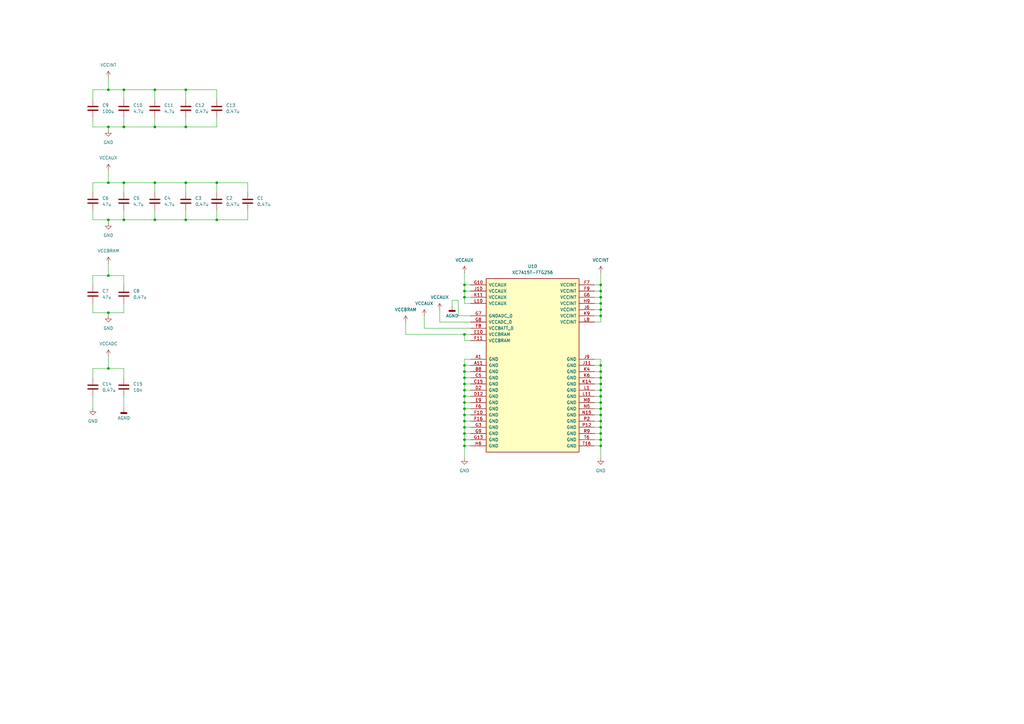
<source format=kicad_sch>
(kicad_sch (version 20231120) (generator "eeschema") (generator_version "8.0")
  (paper "A3")
  (lib_symbols
    (symbol "Device:C" (pin_numbers hide) (pin_names (offset 0.254))
      (property "Reference" "C" (at 0.635 2.54 0))
      (property "Value" "C" (at 0.635 -2.54 0))
      (symbol "C_0_1"
        (polyline (pts (xy -2.032 -0.762) (xy 2.032 -0.762)) (stroke (width 0.508)))
        (polyline (pts (xy -2.032 0.762) (xy 2.032 0.762)) (stroke (width 0.508)))
      )
      (symbol "C_1_1"
        (pin passive line (at 0 3.81 270) (length 2.794) (name "~") (number "1"))
        (pin passive line (at 0 -3.81 90) (length 2.794) (name "~") (number "2"))
      )
    )
    (symbol "FPGA_Xilinx_Artix7:XC7A15T-FTG256" (pin_names (offset 1.016))
      (property "Reference" "U" (at 0 1.27 0))
      (property "Value" "XC7A15T-FTG256" (at 0 -1.27 0))
      (symbol "XC7A15T-FTG256_1_1"
        (rectangle (start -44.45 67.31) (end 44.45 -73.66) (stroke (width 0.254)) (fill (type background)))
        (pin bidirectional line (at 50.8 38.1 180) (length 6.35) (name "IO_L3N_T0_DQS_AD1N_15") (number "A10"))
        (pin bidirectional line (at 50.8 27.94 180) (length 6.35) (name "IO_L5N_T0_AD9N_15") (number "A12"))
        (pin bidirectional line (at 50.8 20.32 180) (length 6.35) (name "IO_L7P_T1_AD2P_15") (number "A13"))
        (pin bidirectional line (at 50.8 17.78 180) (length 6.35) (name "IO_L7N_T1_AD2N_15") (number "A14"))
        (pin bidirectional line (at 50.8 7.62 180) (length 6.35) (name "IO_L9N_T1_DQS_AD3N_15") (number "A15"))
        (pin power_in line (at 27.94 73.66 270) (length 6.35) (name "VCCO_15") (number "A16"))
        (pin bidirectional line (at 50.8 45.72 180) (length 6.35) (name "IO_L2P_T0_AD8P_15") (number "A8"))
        (pin bidirectional line (at 50.8 43.18 180) (length 6.35) (name "IO_L2N_T0_AD8N_15") (number "A9"))
        (pin bidirectional line (at 50.8 35.56 180) (length 6.35) (name "IO_L4P_T0_15") (number "B10"))
        (pin bidirectional line (at 50.8 33.02 180) (length 6.35) (name "IO_L4N_T0_15") (number "B11"))
        (pin bidirectional line (at 50.8 30.48 180) (length 6.35) (name "IO_L5P_T0_AD9P_15") (number "B12"))
        (pin power_in line (at 30.48 73.66 270) (length 6.35) (name "VCCO_15") (number "B13"))
        (pin bidirectional line (at 50.8 12.7 180) (length 6.35) (name "IO_L8N_T1_AD10N_15") (number "B14"))
        (pin bidirectional line (at 50.8 10.16 180) (length 6.35) (name "IO_L9P_T1_DQS_AD3P_15") (number "B15"))
        (pin bidirectional line (at 50.8 2.54 180) (length 6.35) (name "IO_L10N_T1_AD11N_15") (number "B16"))
        (pin bidirectional line (at 50.8 40.64 180) (length 6.35) (name "IO_L3P_T0_DQS_AD1P_15") (number "B9"))
        (pin power_in line (at 33.02 73.66 270) (length 6.35) (name "VCCO_15") (number "C10"))
        (pin bidirectional line (at 50.8 0 180) (length 6.35) (name "IO_L11P_T1_SRCC_15") (number "C11"))
        (pin bidirectional line (at 50.8 -2.54 180) (length 6.35) (name "IO_L11N_T1_SRCC_15") (number "C12"))
        (pin bidirectional line (at 50.8 -7.62 180) (length 6.35) (name "IO_L12N_T1_MRCC_15") (number "C13"))
        (pin bidirectional line (at 50.8 15.24 180) (length 6.35) (name "IO_L8P_T1_AD10P_15") (number "C14"))
        (pin bidirectional line (at 50.8 5.08 180) (length 6.35) (name "IO_L10P_T1_AD11P_15") (number "C16"))
        (pin bidirectional line (at 50.8 50.8 180) (length 6.35) (name "IO_L1P_T0_AD0P_15") (number "C8"))
        (pin bidirectional line (at 50.8 48.26 180) (length 6.35) (name "IO_L1N_T0_AD0N_15") (number "C9"))
        (pin bidirectional line (at 50.8 53.34 180) (length 6.35) (name "IO_0_15") (number "D10"))
        (pin bidirectional line (at 50.8 -17.78 180) (length 6.35) (name "IO_L14N_T2_SRCC_15") (number "D11"))
        (pin bidirectional line (at 50.8 -5.08 180) (length 6.35) (name "IO_L12P_T1_MRCC_15") (number "D13"))
        (pin bidirectional line (at 50.8 -20.32 180) (length 6.35) (name "IO_L15P_T2_DQS_15") (number "D14"))
        (pin bidirectional line (at 50.8 -22.86 180) (length 6.35) (name "IO_L15N_T2_DQS_ADV_B_15") (number "D15"))
        (pin bidirectional line (at 50.8 -33.02 180) (length 6.35) (name "IO_L17N_T2_A25_15") (number "D16"))
        (pin bidirectional line (at 50.8 25.4 180) (length 6.35) (name "IO_L6P_T0_15") (number "D8"))
        (pin bidirectional line (at 50.8 22.86 180) (length 6.35) (name "IO_L6N_T0_VREF_15") (number "D9"))
        (pin bidirectional line (at 50.8 -15.24 180) (length 6.35) (name "IO_L14P_T2_SRCC_15") (number "E11"))
        (pin bidirectional line (at 50.8 -10.16 180) (length 6.35) (name "IO_L13P_T2_MRCC_15") (number "E12"))
        (pin bidirectional line (at 50.8 -12.7 180) (length 6.35) (name "IO_L13N_T2_MRCC_15") (number "E13"))
        (pin power_in line (at 35.56 73.66 270) (length 6.35) (name "VCCO_15") (number "E14"))
        (pin bidirectional line (at 50.8 -38.1 180) (length 6.35) (name "IO_L18N_T2_A23_15") (number "E15"))
        (pin bidirectional line (at 50.8 -30.48 180) (length 6.35) (name "IO_L17P_T2_A26_15") (number "E16"))
        (pin bidirectional line (at 50.8 -25.4 180) (length 6.35) (name "IO_L16P_T2_A28_15") (number "F12"))
        (pin bidirectional line (at 50.8 -27.94 180) (length 6.35) (name "IO_L16N_T2_A27_15") (number "F13"))
        (pin bidirectional line (at 50.8 -53.34 180) (length 6.35) (name "IO_L21N_T3_DQS_A18_15") (number "F14"))
        (pin bidirectional line (at 50.8 -35.56 180) (length 6.35) (name "IO_L18P_T2_A24_15") (number "F15"))
        (pin bidirectional line (at 50.8 -71.12 180) (length 6.35) (name "IO_25_15") (number "G11"))
        (pin bidirectional line (at 50.8 -43.18 180) (length 6.35) (name "IO_L19N_T3_A21_VREF_15") (number "G12"))
        (pin bidirectional line (at 50.8 -50.8 180) (length 6.35) (name "IO_L21P_T3_DQS_15") (number "G14"))
        (pin bidirectional line (at 50.8 -68.58 180) (length 6.35) (name "IO_L24N_T3_RS0_15") (number "G15"))
        (pin bidirectional line (at 50.8 -58.42 180) (length 6.35) (name "IO_L22N_T3_A16_15") (number "G16"))
        (pin bidirectional line (at 50.8 -40.64 180) (length 6.35) (name "IO_L19P_T3_A22_15") (number "H11"))
        (pin bidirectional line (at 50.8 -45.72 180) (length 6.35) (name "IO_L20P_T3_A20_15") (number "H12"))
        (pin bidirectional line (at 50.8 -48.26 180) (length 6.35) (name "IO_L20N_T3_A19_15") (number "H13"))
        (pin bidirectional line (at 50.8 -66.04 180) (length 6.35) (name "IO_L24P_T3_RS1_15") (number "H14"))
        (pin power_in line (at 38.1 73.66 270) (length 6.35) (name "VCCO_15") (number "H15"))
        (pin bidirectional line (at 50.8 -55.88 180) (length 6.35) (name "IO_L22P_T3_A17_15") (number "H16"))
        (pin power_in line (at 40.64 73.66 270) (length 6.35) (name "VCCO_15") (number "J12"))
        (pin bidirectional line (at -50.8 50.8 0) (length 6.35) (name "IO_L1P_T0_D00_MOSI_14") (number "J13"))
        (pin bidirectional line (at -50.8 48.26 0) (length 6.35) (name "IO_L1N_T0_D01_DIN_14") (number "J14"))
        (pin bidirectional line (at 50.8 -60.96 180) (length 6.35) (name "IO_L23P_T3_FOE_B_15") (number "J15"))
        (pin bidirectional line (at 50.8 -63.5 180) (length 6.35) (name "IO_L23N_T3_FWE_B_15") (number "J16"))
        (pin bidirectional line (at -50.8 53.34 0) (length 6.35) (name "IO_0_14") (number "K12"))
        (pin bidirectional line (at -50.8 30.48 0) (length 6.35) (name "IO_L5P_T0_D06_14") (number "K13"))
        (pin bidirectional line (at -50.8 45.72 0) (length 6.35) (name "IO_L2P_T0_D02_14") (number "K15"))
        (pin bidirectional line (at -50.8 43.18 0) (length 6.35) (name "IO_L2N_T0_D03_14") (number "K16"))
        (pin bidirectional line (at -50.8 25.4 0) (length 6.35) (name "IO_L6P_T0_FCS_B_14") (number "L12"))
        (pin bidirectional line (at -50.8 27.94 0) (length 6.35) (name "IO_L5N_T0_D07_14") (number "L13"))
        (pin bidirectional line (at -50.8 35.56 0) (length 6.35) (name "IO_L4P_T0_D04_14") (number "L14"))
        (pin bidirectional line (at -50.8 40.64 0) (length 6.35) (name "IO_L3P_T0_DQS_PUDC_B_14") (number "L15"))
        (pin power_in line (at -40.64 73.66 270) (length 6.35) (name "VCCO_14") (number "L16"))
        (pin bidirectional line (at -50.8 22.86 0) (length 6.35) (name "IO_L6N_T0_D08_VREF_14") (number "M12"))
        (pin power_in line (at -38.1 73.66 270) (length 6.35) (name "VCCO_14") (number "M13"))
        (pin bidirectional line (at -50.8 33.02 0) (length 6.35) (name "IO_L4N_T0_D05_14") (number "M14"))
        (pin bidirectional line (at -50.8 38.1 0) (length 6.35) (name "IO_L3N_T0_DQS_EMCCLK_14") (number "M15"))
        (pin bidirectional line (at -50.8 20.32 0) (length 6.35) (name "IO_L7P_T1_D09_14") (number "M16"))
        (pin bidirectional line (at -50.8 -40.64 0) (length 6.35) (name "IO_L19P_T3_A10_D26_14") (number "M6"))
        (pin power_in line (at -35.56 73.66 270) (length 6.35) (name "VCCO_14") (number "N10"))
        (pin bidirectional line (at -50.8 -10.16 0) (length 6.35) (name "IO_L13P_T2_MRCC_14") (number "N11"))
        (pin bidirectional line (at -50.8 -12.7 0) (length 6.35) (name "IO_L13N_T2_MRCC_14") (number "N12"))
        (pin bidirectional line (at -50.8 0 0) (length 6.35) (name "IO_L11P_T1_SRCC_14") (number "N13"))
        (pin bidirectional line (at -50.8 -5.08 0) (length 6.35) (name "IO_L12P_T1_MRCC_14") (number "N14"))
        (pin bidirectional line (at -50.8 17.78 0) (length 6.35) (name "IO_L7N_T1_D10_14") (number "N16"))
        (pin bidirectional line (at -50.8 -43.18 0) (length 6.35) (name "IO_L19N_T3_A09_D25_VREF_14") (number "N6"))
        (pin bidirectional line (at -50.8 -35.56 0) (length 6.35) (name "IO_L18P_T2_A12_D28_14") (number "N9"))
        (pin bidirectional line (at -50.8 -15.24 0) (length 6.35) (name "IO_L14P_T2_SRCC_14") (number "P10"))
        (pin bidirectional line (at -50.8 -17.78 0) (length 6.35) (name "IO_L14N_T2_SRCC_14") (number "P11"))
        (pin bidirectional line (at -50.8 -2.54 0) (length 6.35) (name "IO_L11N_T1_SRCC_14") (number "P13"))
        (pin bidirectional line (at -50.8 -7.62 0) (length 6.35) (name "IO_L12N_T1_MRCC_14") (number "P14"))
        (pin bidirectional line (at -50.8 15.24 0) (length 6.35) (name "IO_L8P_T1_D11_14") (number "P15"))
        (pin bidirectional line (at -50.8 12.7 0) (length 6.35) (name "IO_L8N_T1_D12_14") (number "P16"))
        (pin bidirectional line (at -50.8 -71.12 0) (length 6.35) (name "IO_25_14") (number "P6"))
        (pin power_in line (at -33.02 73.66 270) (length 6.35) (name "VCCO_14") (number "P7"))
        (pin bidirectional line (at -50.8 -45.72 0) (length 6.35) (name "IO_L20P_T3_A08_D24_14") (number "P8"))
        (pin bidirectional line (at -50.8 -38.1 0) (length 6.35) (name "IO_L18N_T2_A11_D27_14") (number "P9"))
        (pin bidirectional line (at -50.8 -30.48 0) (length 6.35) (name "IO_L17P_T2_A14_D30_14") (number "R10"))
        (pin bidirectional line (at -50.8 -33.02 0) (length 6.35) (name "IO_L17N_T2_A13_D29_14") (number "R11"))
        (pin bidirectional line (at -50.8 -20.32 0) (length 6.35) (name "IO_L15P_T2_DQS_RDWR_B_14") (number "R12"))
        (pin bidirectional line (at -50.8 -25.4 0) (length 6.35) (name "IO_L16P_T2_CSI_B_14") (number "R13"))
        (pin power_in line (at -30.48 73.66 270) (length 6.35) (name "VCCO_14") (number "R14"))
        (pin bidirectional line (at -50.8 10.16 0) (length 6.35) (name "IO_L9P_T1_DQS_14") (number "R15"))
        (pin bidirectional line (at -50.8 7.62 0) (length 6.35) (name "IO_L9N_T1_DQS_D13_14") (number "R16"))
        (pin bidirectional line (at -50.8 -60.96 0) (length 6.35) (name "IO_L23P_T3_A03_D19_14") (number "R5"))
        (pin bidirectional line (at -50.8 -66.04 0) (length 6.35) (name "IO_L24P_T3_A01_D17_14") (number "R6"))
        (pin bidirectional line (at -50.8 -68.58 0) (length 6.35) (name "IO_L24N_T3_A00_D16_14") (number "R7"))
        (pin bidirectional line (at -50.8 -48.26 0) (length 6.35) (name "IO_L20N_T3_A07_D23_14") (number "R8"))
        (pin bidirectional line (at -50.8 -58.42 0) (length 6.35) (name "IO_L22N_T3_A04_D20_14") (number "T10"))
        (pin power_in line (at -27.94 73.66 270) (length 6.35) (name "VCCO_14") (number "T11"))
        (pin bidirectional line (at -50.8 -22.86 0) (length 6.35) (name "IO_L15N_T2_DQS_DOUT_CSO_B_14") (number "T12"))
        (pin bidirectional line (at -50.8 -27.94 0) (length 6.35) (name "IO_L16N_T2_A15_D31_14") (number "T13"))
        (pin bidirectional line (at -50.8 5.08 0) (length 6.35) (name "IO_L10P_T1_D14_14") (number "T14"))
        (pin bidirectional line (at -50.8 2.54 0) (length 6.35) (name "IO_L10N_T1_D15_14") (number "T15"))
        (pin bidirectional line (at -50.8 -63.5 0) (length 6.35) (name "IO_L23N_T3_A02_D18_14") (number "T5"))
        (pin bidirectional line (at -50.8 -50.8 0) (length 6.35) (name "IO_L21P_T3_DQS_14") (number "T7"))
        (pin bidirectional line (at -50.8 -53.34 0) (length 6.35) (name "IO_L21N_T3_DQS_A06_D22_14") (number "T8"))
        (pin bidirectional line (at -50.8 -55.88 0) (length 6.35) (name "IO_L22P_T3_A05_D21_14") (number "T9"))
      )
      (symbol "XC7A15T-FTG256_2_1"
        (rectangle (start -44.45 67.31) (end 44.45 -73.66) (stroke (width 0.254)) (fill (type background)))
        (pin bidirectional line (at 50.8 12.7 180) (length 6.35) (name "IO_L8N_T1_AD14N_35") (number "A2"))
        (pin bidirectional line (at 50.8 33.02 180) (length 6.35) (name "IO_L4N_T0_35") (number "A3"))
        (pin bidirectional line (at 50.8 38.1 180) (length 6.35) (name "IO_L3N_T0_DQS_AD5N_35") (number "A4"))
        (pin bidirectional line (at 50.8 40.64 180) (length 6.35) (name "IO_L3P_T0_DQS_AD5P_35") (number "A5"))
        (pin power_in line (at 27.94 73.66 270) (length 6.35) (name "VCCO_35") (number "A6"))
        (pin bidirectional line (at 50.8 48.26 180) (length 6.35) (name "IO_L1N_T0_AD4N_35") (number "A7"))
        (pin bidirectional line (at 50.8 7.62 180) (length 6.35) (name "IO_L9N_T1_DQS_AD7N_35") (number "B1"))
        (pin bidirectional line (at 50.8 15.24 180) (length 6.35) (name "IO_L8P_T1_AD14P_35") (number "B2"))
        (pin power_in line (at 30.48 73.66 270) (length 6.35) (name "VCCO_35") (number "B3"))
        (pin bidirectional line (at 50.8 35.56 180) (length 6.35) (name "IO_L4P_T0_35") (number "B4"))
        (pin bidirectional line (at 50.8 43.18 180) (length 6.35) (name "IO_L2N_T0_AD12N_35") (number "B5"))
        (pin bidirectional line (at 50.8 45.72 180) (length 6.35) (name "IO_L2P_T0_AD12P_35") (number "B6"))
        (pin bidirectional line (at 50.8 50.8 180) (length 6.35) (name "IO_L1P_T0_AD4P_35") (number "B7"))
        (pin bidirectional line (at 50.8 10.16 180) (length 6.35) (name "IO_L9P_T1_DQS_AD7P_35") (number "C1"))
        (pin bidirectional line (at 50.8 17.78 180) (length 6.35) (name "IO_L7N_T1_AD6N_35") (number "C2"))
        (pin bidirectional line (at 50.8 20.32 180) (length 6.35) (name "IO_L7P_T1_AD6P_35") (number "C3"))
        (pin bidirectional line (at 50.8 -7.62 180) (length 6.35) (name "IO_L12N_T1_MRCC_35") (number "C4"))
        (pin bidirectional line (at 50.8 27.94 180) (length 6.35) (name "IO_L5N_T0_AD13N_35") (number "C6"))
        (pin bidirectional line (at 50.8 30.48 180) (length 6.35) (name "IO_L5P_T0_AD13P_35") (number "C7"))
        (pin bidirectional line (at 50.8 2.54 180) (length 6.35) (name "IO_L10N_T1_AD15N_35") (number "D1"))
        (pin bidirectional line (at 50.8 -2.54 180) (length 6.35) (name "IO_L11N_T1_SRCC_35") (number "D3"))
        (pin bidirectional line (at 50.8 -5.08 180) (length 6.35) (name "IO_L12P_T1_MRCC_35") (number "D4"))
        (pin bidirectional line (at 50.8 22.86 180) (length 6.35) (name "IO_L6N_T0_VREF_35") (number "D5"))
        (pin bidirectional line (at 50.8 25.4 180) (length 6.35) (name "IO_L6P_T0_35") (number "D6"))
        (pin power_in line (at 33.02 73.66 270) (length 6.35) (name "VCCO_35") (number "D7"))
        (pin bidirectional line (at 50.8 -22.86 180) (length 6.35) (name "IO_L15N_T2_DQS_35") (number "E1"))
        (pin bidirectional line (at 50.8 5.08 180) (length 6.35) (name "IO_L10P_T1_AD15P_35") (number "E2"))
        (pin bidirectional line (at 50.8 0 180) (length 6.35) (name "IO_L11P_T1_SRCC_35") (number "E3"))
        (pin power_in line (at 35.56 73.66 270) (length 6.35) (name "VCCO_35") (number "E4"))
        (pin bidirectional line (at 50.8 -12.7 180) (length 6.35) (name "IO_L13N_T2_MRCC_35") (number "E5"))
        (pin bidirectional line (at 50.8 53.34 180) (length 6.35) (name "IO_0_35") (number "E6"))
        (pin power_in line (at 38.1 73.66 270) (length 6.35) (name "VCCO_35") (number "F1"))
        (pin bidirectional line (at 50.8 -20.32 180) (length 6.35) (name "IO_L15P_T2_DQS_35") (number "F2"))
        (pin bidirectional line (at 50.8 -17.78 180) (length 6.35) (name "IO_L14N_T2_SRCC_35") (number "F3"))
        (pin bidirectional line (at 50.8 -15.24 180) (length 6.35) (name "IO_L14P_T2_SRCC_35") (number "F4"))
        (pin bidirectional line (at 50.8 -10.16 180) (length 6.35) (name "IO_L13P_T2_MRCC_35") (number "F5"))
        (pin bidirectional line (at 50.8 -33.02 180) (length 6.35) (name "IO_L17N_T2_35") (number "G1"))
        (pin bidirectional line (at 50.8 -30.48 180) (length 6.35) (name "IO_L17P_T2_35") (number "G2"))
        (pin bidirectional line (at 50.8 -27.94 180) (length 6.35) (name "IO_L16N_T2_35") (number "G4"))
        (pin bidirectional line (at 50.8 -25.4 180) (length 6.35) (name "IO_L16P_T2_35") (number "G5"))
        (pin bidirectional line (at 50.8 -48.26 180) (length 6.35) (name "IO_L20N_T3_35") (number "H1"))
        (pin bidirectional line (at 50.8 -45.72 180) (length 6.35) (name "IO_L20P_T3_35") (number "H2"))
        (pin bidirectional line (at 50.8 -53.34 180) (length 6.35) (name "IO_L21N_T3_DQS_35") (number "H3"))
        (pin bidirectional line (at 50.8 -38.1 180) (length 6.35) (name "IO_L18N_T2_35") (number "H4"))
        (pin bidirectional line (at 50.8 -35.56 180) (length 6.35) (name "IO_L18P_T2_35") (number "H5"))
        (pin bidirectional line (at 50.8 -58.42 180) (length 6.35) (name "IO_L22N_T3_35") (number "J1"))
        (pin power_in line (at 40.64 73.66 270) (length 6.35) (name "VCCO_35") (number "J2"))
        (pin bidirectional line (at 50.8 -50.8 180) (length 6.35) (name "IO_L21P_T3_DQS_35") (number "J3"))
        (pin bidirectional line (at 50.8 -43.18 180) (length 6.35) (name "IO_L19N_T3_VREF_35") (number "J4"))
        (pin bidirectional line (at 50.8 -40.64 180) (length 6.35) (name "IO_L19P_T3_35") (number "J5"))
        (pin bidirectional line (at 50.8 -55.88 180) (length 6.35) (name "IO_L22P_T3_35") (number "K1"))
        (pin bidirectional line (at 50.8 -68.58 180) (length 6.35) (name "IO_L24N_T3_35") (number "K2"))
        (pin bidirectional line (at 50.8 -66.04 180) (length 6.35) (name "IO_L24P_T3_35") (number "K3"))
        (pin bidirectional line (at 50.8 -71.12 180) (length 6.35) (name "IO_25_35") (number "K5"))
        (pin bidirectional line (at 50.8 -63.5 180) (length 6.35) (name "IO_L23N_T3_35") (number "L2"))
        (pin bidirectional line (at 50.8 -60.96 180) (length 6.35) (name "IO_L23P_T3_35") (number "L3"))
        (pin bidirectional line (at -50.8 50.8 0) (length 6.35) (name "IO_L1P_T0_34") (number "L4"))
        (pin bidirectional line (at -50.8 53.34 0) (length 6.35) (name "IO_0_34") (number "L5"))
        (pin bidirectional line (at -50.8 43.18 0) (length 6.35) (name "IO_L2N_T0_34") (number "M1"))
        (pin bidirectional line (at -50.8 45.72 0) (length 6.35) (name "IO_L2P_T0_34") (number "M2"))
        (pin power_in line (at -40.64 73.66 270) (length 6.35) (name "VCCO_34") (number "M3"))
        (pin bidirectional line (at -50.8 48.26 0) (length 6.35) (name "IO_L1N_T0_34") (number "M4"))
        (pin bidirectional line (at -50.8 25.4 0) (length 6.35) (name "IO_L6P_T0_34") (number "M5"))
        (pin bidirectional line (at -50.8 35.56 0) (length 6.35) (name "IO_L4P_T0_34") (number "N1"))
        (pin bidirectional line (at -50.8 38.1 0) (length 6.35) (name "IO_L3N_T0_DQS_34") (number "N2"))
        (pin bidirectional line (at -50.8 40.64 0) (length 6.35) (name "IO_L3P_T0_DQS_34") (number "N3"))
        (pin bidirectional line (at -50.8 22.86 0) (length 6.35) (name "IO_L6N_T0_VREF_34") (number "N4"))
        (pin bidirectional line (at -50.8 33.02 0) (length 6.35) (name "IO_L4N_T0_34") (number "P1"))
        (pin bidirectional line (at -50.8 27.94 0) (length 6.35) (name "IO_L5N_T0_34") (number "P3"))
        (pin bidirectional line (at -50.8 30.48 0) (length 6.35) (name "IO_L5P_T0_34") (number "P4"))
        (pin bidirectional line (at -50.8 5.08 0) (length 6.35) (name "IO_L10P_T1_34") (number "P5"))
        (pin bidirectional line (at -50.8 17.78 0) (length 6.35) (name "IO_L7N_T1_34") (number "R1"))
        (pin bidirectional line (at -50.8 20.32 0) (length 6.35) (name "IO_L7P_T1_34") (number "R2"))
        (pin bidirectional line (at -50.8 15.24 0) (length 6.35) (name "IO_L8P_T1_34") (number "R3"))
        (pin power_in line (at -38.1 73.66 270) (length 6.35) (name "VCCO_34") (number "R4"))
        (pin power_in line (at -35.56 73.66 270) (length 6.35) (name "VCCO_34") (number "T1"))
        (pin bidirectional line (at -50.8 12.7 0) (length 6.35) (name "IO_L8N_T1_34") (number "T2"))
        (pin bidirectional line (at -50.8 7.62 0) (length 6.35) (name "IO_L9N_T1_DQS_34") (number "T3"))
        (pin bidirectional line (at -50.8 10.16 0) (length 6.35) (name "IO_L9P_T1_DQS_34") (number "T4"))
      )
      (symbol "XC7A15T-FTG256_3_1"
        (rectangle (start -31.75 34.29) (end 31.75 -40.64) (stroke (width 0.254)) (fill (type background)))
        (pin bidirectional line (at 38.1 -15.24 180) (length 6.35) (name "CFGBVS_0") (number "E7"))
        (pin bidirectional line (at 38.1 7.62 180) (length 6.35) (name "CCLK_0") (number "E8"))
        (pin bidirectional line (at 38.1 -5.08 180) (length 6.35) (name "DONE_0") (number "H10"))
        (pin bidirectional line (at 38.1 -30.48 180) (length 6.35) (name "VREFN_0") (number "H7"))
        (pin bidirectional line (at 38.1 -20.32 180) (length 6.35) (name "VP_0") (number "H8"))
        (pin bidirectional line (at 38.1 -22.86 180) (length 6.35) (name "VN_0") (number "J7"))
        (pin bidirectional line (at 38.1 -27.94 180) (length 6.35) (name "VREFP_0") (number "J8"))
        (pin bidirectional line (at 38.1 -7.62 180) (length 6.35) (name "INIT_B_0") (number "K10"))
        (pin bidirectional line (at 38.1 -38.1 180) (length 6.35) (name "DXN_0") (number "K7"))
        (pin bidirectional line (at 38.1 -35.56 180) (length 6.35) (name "DXP_0") (number "K8"))
        (pin power_in line (at 27.94 40.64 270) (length 6.35) (name "VCCO_0") (number "L6"))
        (pin bidirectional line (at 38.1 12.7 180) (length 6.35) (name "TCK_0") (number "L7"))
        (pin bidirectional line (at 38.1 -10.16 180) (length 6.35) (name "PROGRAM_B_0") (number "L9"))
        (pin bidirectional line (at 38.1 2.54 180) (length 6.35) (name "M1_0") (number "M10"))
        (pin bidirectional line (at 38.1 0 180) (length 6.35) (name "M2_0") (number "M11"))
        (pin bidirectional line (at 38.1 15.24 180) (length 6.35) (name "TMS_0") (number "M7"))
        (pin bidirectional line (at 38.1 5.08 180) (length 6.35) (name "M0_0") (number "M9"))
        (pin bidirectional line (at 38.1 20.32 180) (length 6.35) (name "TDI_0") (number "N7"))
        (pin bidirectional line (at 38.1 17.78 180) (length 6.35) (name "TDO_0") (number "N8"))
      )
      (symbol "XC7A15T-FTG256_4_1"
        (rectangle (start -19.05 35.56) (end 19.05 -35.56) (stroke (width 0.254)) (fill (type background)))
        (pin power_in line (at -25.4 2.54 0) (length 6.35) (name "GND") (number "A1"))
        (pin power_in line (at -25.4 0 0) (length 6.35) (name "GND") (number "A11"))
        (pin power_in line (at -25.4 -2.54 0) (length 6.35) (name "GND") (number "B8"))
        (pin power_in line (at -25.4 -7.62 0) (length 6.35) (name "GND") (number "C15"))
        (pin power_in line (at -25.4 -5.08 0) (length 6.35) (name "GND") (number "C5"))
        (pin power_in line (at -25.4 -12.7 0) (length 6.35) (name "GND") (number "D12"))
        (pin power_in line (at -25.4 -10.16 0) (length 6.35) (name "GND") (number "D2"))
        (pin power_in line (at -25.4 12.7 0) (length 6.35) (name "VCCBRAM") (number "E10"))
        (pin power_in line (at -25.4 -15.24 0) (length 6.35) (name "GND") (number "E9"))
        (pin power_in line (at -25.4 -20.32 0) (length 6.35) (name "GND") (number "F10"))
        (pin power_in line (at -25.4 10.16 0) (length 6.35) (name "VCCBRAM") (number "F11"))
        (pin power_in line (at -25.4 -22.86 0) (length 6.35) (name "GND") (number "F16"))
        (pin power_in line (at -25.4 -17.78 0) (length 6.35) (name "GND") (number "F6"))
        (pin power_in line (at 25.4 33.02 180) (length 6.35) (name "VCCINT") (number "F7"))
        (pin power_in line (at -25.4 15.24 0) (length 6.35) (name "VCCBATT_0") (number "F8"))
        (pin power_in line (at 25.4 30.48 180) (length 6.35) (name "VCCINT") (number "F9"))
        (pin power_in line (at -25.4 33.02 0) (length 6.35) (name "VCCAUX") (number "G10"))
        (pin power_in line (at -25.4 -30.48 0) (length 6.35) (name "GND") (number "G13"))
        (pin power_in line (at -25.4 -25.4 0) (length 6.35) (name "GND") (number "G3"))
        (pin power_in line (at 25.4 27.94 180) (length 6.35) (name "VCCINT") (number "G6"))
        (pin power_in line (at -25.4 20.32 0) (length 6.35) (name "GNDADC_0") (number "G7"))
        (pin power_in line (at -25.4 17.78 0) (length 6.35) (name "VCCADC_0") (number "G8"))
        (pin power_in line (at -25.4 -27.94 0) (length 6.35) (name "GND") (number "G9"))
        (pin power_in line (at -25.4 -33.02 0) (length 6.35) (name "GND") (number "H6"))
        (pin power_in line (at 25.4 25.4 180) (length 6.35) (name "VCCINT") (number "H9"))
        (pin power_in line (at -25.4 30.48 0) (length 6.35) (name "VCCAUX") (number "J10"))
        (pin power_in line (at 25.4 0 180) (length 6.35) (name "GND") (number "J11"))
        (pin power_in line (at 25.4 22.86 180) (length 6.35) (name "VCCINT") (number "J6"))
        (pin power_in line (at 25.4 2.54 180) (length 6.35) (name "GND") (number "J9"))
        (pin power_in line (at -25.4 27.94 0) (length 6.35) (name "VCCAUX") (number "K11"))
        (pin power_in line (at 25.4 -7.62 180) (length 6.35) (name "GND") (number "K14"))
        (pin power_in line (at 25.4 -2.54 180) (length 6.35) (name "GND") (number "K4"))
        (pin power_in line (at 25.4 -5.08 180) (length 6.35) (name "GND") (number "K6"))
        (pin power_in line (at 25.4 20.32 180) (length 6.35) (name "VCCINT") (number "K9"))
        (pin power_in line (at 25.4 -10.16 180) (length 6.35) (name "GND") (number "L1"))
        (pin power_in line (at -25.4 25.4 0) (length 6.35) (name "VCCAUX") (number "L10"))
        (pin power_in line (at 25.4 -12.7 180) (length 6.35) (name "GND") (number "L11"))
        (pin power_in line (at 25.4 17.78 180) (length 6.35) (name "VCCINT") (number "L8"))
        (pin power_in line (at 25.4 -15.24 180) (length 6.35) (name "GND") (number "M8"))
        (pin power_in line (at 25.4 -20.32 180) (length 6.35) (name "GND") (number "N15"))
        (pin power_in line (at 25.4 -17.78 180) (length 6.35) (name "GND") (number "N5"))
        (pin power_in line (at 25.4 -25.4 180) (length 6.35) (name "GND") (number "P12"))
        (pin power_in line (at 25.4 -22.86 180) (length 6.35) (name "GND") (number "P2"))
        (pin power_in line (at 25.4 -27.94 180) (length 6.35) (name "GND") (number "R9"))
        (pin power_in line (at 25.4 -33.02 180) (length 6.35) (name "GND") (number "T16"))
        (pin power_in line (at 25.4 -30.48 180) (length 6.35) (name "GND") (number "T6"))
      )
    )
    (symbol "power:GND" (power) (pin_numbers hide) (pin_names (offset 0) hide)
      (property "Value" "GND" (at 0 -3.81 0))
      (symbol "GND_0_1"
        (polyline (pts (xy 0 0) (xy 0 -1.27) (xy 1.27 -1.27) (xy 0 -2.54) (xy -1.27 -1.27) (xy 0 -1.27)))
      )
      (symbol "GND_1_1"
        (pin power_in line (at 0 0 270) (length 0) (name "~") (number "1"))
      )
    )
    (symbol "power:GNDD" (power) (pin_numbers hide) (pin_names (offset 0) hide)
      (property "Value" "GNDD" (at 0 -3.175 0))
      (symbol "GNDD_0_1"
        (rectangle (start -1.27 -1.524) (end 1.27 -2.032) (stroke (width 0.254)) (fill (type outline)))
        (polyline (pts (xy 0 0) (xy 0 -1.524)))
      )
      (symbol "GNDD_1_1"
        (pin power_in line (at 0 0 270) (length 0) (name "~") (number "1"))
      )
    )
    (symbol "power:VCC" (power) (pin_numbers hide) (pin_names (offset 0) hide)
      (property "Value" "VCC" (at 0 3.556 0))
      (symbol "VCC_0_1"
        (polyline (pts (xy -0.762 1.27) (xy 0 2.54)))
        (polyline (pts (xy 0 0) (xy 0 2.54)))
        (polyline (pts (xy 0 2.54) (xy 0.762 1.27)))
      )
      (symbol "VCC_1_1"
        (pin power_in line (at 0 0 90) (length 0) (name "~") (number "1"))
      )
    )
  )
  (junction (at 246.38 154.94))
  (junction (at 88.9 90.17))
  (junction (at 44.45 52.07))
  (junction (at 246.38 167.64))
  (junction (at 246.38 170.18))
  (junction (at 50.8 52.07))
  (junction (at 246.38 124.46))
  (junction (at 63.5 36.83))
  (junction (at 190.5 182.88))
  (junction (at 190.5 121.92))
  (junction (at 190.5 160.02))
  (junction (at 76.2 36.83))
  (junction (at 63.5 90.17))
  (junction (at 190.5 116.84))
  (junction (at 190.5 180.34))
  (junction (at 246.38 180.34))
  (junction (at 50.8 36.83))
  (junction (at 190.5 149.86))
  (junction (at 50.8 90.17))
  (junction (at 76.2 74.93))
  (junction (at 246.38 162.56))
  (junction (at 190.5 167.64))
  (junction (at 246.38 152.4))
  (junction (at 63.5 52.07))
  (junction (at 190.5 162.56))
  (junction (at 190.5 172.72))
  (junction (at 246.38 119.38))
  (junction (at 44.45 90.17))
  (junction (at 50.8 74.93))
  (junction (at 246.38 129.54))
  (junction (at 190.5 157.48))
  (junction (at 246.38 121.92))
  (junction (at 246.38 157.48))
  (junction (at 76.2 90.17))
  (junction (at 246.38 172.72))
  (junction (at 190.5 119.38))
  (junction (at 190.5 165.1))
  (junction (at 44.45 128.27))
  (junction (at 44.45 151.13))
  (junction (at 190.5 177.8))
  (junction (at 44.45 74.93))
  (junction (at 190.5 170.18))
  (junction (at 88.9 74.93))
  (junction (at 246.38 177.8))
  (junction (at 76.2 52.07))
  (junction (at 246.38 116.84))
  (junction (at 63.5 74.93))
  (junction (at 246.38 149.86))
  (junction (at 190.5 152.4))
  (junction (at 44.45 36.83))
  (junction (at 246.38 182.88))
  (junction (at 44.45 113.03))
  (junction (at 190.5 154.94))
  (junction (at 246.38 127))
  (junction (at 246.38 175.26))
  (junction (at 246.38 160.02))
  (junction (at 246.38 165.1))
  (junction (at 190.5 175.26))
  (junction (at 190.5 137.16))
  (wire (pts (xy 190.5 160.02) (xy 190.5 162.56)))
  (wire (pts (xy 246.38 121.92) (xy 246.38 124.46)))
  (wire (pts (xy 193.04 147.32) (xy 190.5 147.32)))
  (wire (pts (xy 246.38 160.02) (xy 246.38 162.56)))
  (wire (pts (xy 243.84 175.26) (xy 246.38 175.26)))
  (wire (pts (xy 193.04 162.56) (xy 190.5 162.56)))
  (wire (pts (xy 193.04 182.88) (xy 190.5 182.88)))
  (wire (pts (xy 38.1 162.56) (xy 38.1 167.64)))
  (wire (pts (xy 101.6 90.17) (xy 101.6 86.36)))
  (wire (pts (xy 50.8 74.93) (xy 50.8 78.74)))
  (wire (pts (xy 76.2 52.07) (xy 76.2 48.26)))
  (wire (pts (xy 246.38 147.32) (xy 246.38 149.86)))
  (wire (pts (xy 44.45 146.05) (xy 44.45 151.13)))
  (wire (pts (xy 246.38 167.64) (xy 246.38 170.18)))
  (wire (pts (xy 50.8 151.13) (xy 50.8 154.94)))
  (wire (pts (xy 246.38 129.54) (xy 246.38 132.08)))
  (wire (pts (xy 76.2 52.07) (xy 88.9 52.07)))
  (wire (pts (xy 243.84 124.46) (xy 246.38 124.46)))
  (wire (pts (xy 50.8 36.83) (xy 63.5 36.83)))
  (wire (pts (xy 193.04 119.38) (xy 190.5 119.38)))
  (wire (pts (xy 193.04 157.48) (xy 190.5 157.48)))
  (wire (pts (xy 243.84 154.94) (xy 246.38 154.94)))
  (wire (pts (xy 190.5 121.92) (xy 190.5 124.46)))
  (wire (pts (xy 38.1 52.07) (xy 44.45 52.07)))
  (wire (pts (xy 180.34 127) (xy 180.34 132.08)))
  (wire (pts (xy 190.5 116.84) (xy 190.5 119.38)))
  (wire (pts (xy 190.5 152.4) (xy 190.5 154.94)))
  (wire (pts (xy 76.2 74.93) (xy 88.9 74.93)))
  (wire (pts (xy 243.84 119.38) (xy 246.38 119.38)))
  (wire (pts (xy 193.04 149.86) (xy 190.5 149.86)))
  (wire (pts (xy 190.5 172.72) (xy 190.5 175.26)))
  (wire (pts (xy 50.8 52.07) (xy 63.5 52.07)))
  (wire (pts (xy 63.5 90.17) (xy 76.2 90.17)))
  (wire (pts (xy 50.8 113.03) (xy 50.8 116.84)))
  (wire (pts (xy 246.38 116.84) (xy 246.38 119.38)))
  (wire (pts (xy 243.84 149.86) (xy 246.38 149.86)))
  (wire (pts (xy 193.04 152.4) (xy 190.5 152.4)))
  (wire (pts (xy 243.84 152.4) (xy 246.38 152.4)))
  (wire (pts (xy 88.9 36.83) (xy 88.9 40.64)))
  (wire (pts (xy 243.84 167.64) (xy 246.38 167.64)))
  (wire (pts (xy 190.5 177.8) (xy 190.5 180.34)))
  (wire (pts (xy 243.84 127) (xy 246.38 127)))
  (wire (pts (xy 76.2 90.17) (xy 88.9 90.17)))
  (wire (pts (xy 88.9 90.17) (xy 101.6 90.17)))
  (wire (pts (xy 243.84 162.56) (xy 246.38 162.56)))
  (wire (pts (xy 246.38 175.26) (xy 246.38 177.8)))
  (wire (pts (xy 243.84 172.72) (xy 246.38 172.72)))
  (wire (pts (xy 38.1 128.27) (xy 38.1 124.46)))
  (wire (pts (xy 190.5 154.94) (xy 190.5 157.48)))
  (wire (pts (xy 44.45 90.17) (xy 44.45 91.44)))
  (wire (pts (xy 246.38 152.4) (xy 246.38 154.94)))
  (wire (pts (xy 44.45 128.27) (xy 50.8 128.27)))
  (wire (pts (xy 190.5 111.76) (xy 190.5 116.84)))
  (wire (pts (xy 190.5 162.56) (xy 190.5 165.1)))
  (wire (pts (xy 38.1 90.17) (xy 44.45 90.17)))
  (wire (pts (xy 38.1 74.93) (xy 44.45 74.93)))
  (wire (pts (xy 44.45 52.07) (xy 50.8 52.07)))
  (wire (pts (xy 246.38 111.76) (xy 246.38 116.84)))
  (wire (pts (xy 190.5 165.1) (xy 190.5 167.64)))
  (wire (pts (xy 190.5 149.86) (xy 190.5 152.4)))
  (wire (pts (xy 44.45 69.85) (xy 44.45 74.93)))
  (wire (pts (xy 44.45 31.75) (xy 44.45 36.83)))
  (wire (pts (xy 190.5 170.18) (xy 190.5 172.72)))
  (wire (pts (xy 193.04 177.8) (xy 190.5 177.8)))
  (wire (pts (xy 190.5 167.64) (xy 190.5 170.18)))
  (wire (pts (xy 38.1 36.83) (xy 38.1 40.64)))
  (wire (pts (xy 44.45 74.93) (xy 50.8 74.93)))
  (wire (pts (xy 246.38 180.34) (xy 246.38 182.88)))
  (wire (pts (xy 193.04 116.84) (xy 190.5 116.84)))
  (wire (pts (xy 246.38 170.18) (xy 246.38 172.72)))
  (wire (pts (xy 243.84 170.18) (xy 246.38 170.18)))
  (wire (pts (xy 63.5 36.83) (xy 76.2 36.83)))
  (wire (pts (xy 76.2 74.93) (xy 76.2 78.74)))
  (wire (pts (xy 76.2 36.83) (xy 88.9 36.83)))
  (wire (pts (xy 190.5 137.16) (xy 193.04 137.16)))
  (wire (pts (xy 50.8 90.17) (xy 50.8 86.36)))
  (wire (pts (xy 246.38 165.1) (xy 246.38 167.64)))
  (wire (pts (xy 44.45 90.17) (xy 50.8 90.17)))
  (wire (pts (xy 243.84 129.54) (xy 246.38 129.54)))
  (wire (pts (xy 38.1 113.03) (xy 44.45 113.03)))
  (wire (pts (xy 187.96 123.19) (xy 187.96 129.54)))
  (wire (pts (xy 166.37 137.16) (xy 190.5 137.16)))
  (wire (pts (xy 88.9 90.17) (xy 88.9 86.36)))
  (wire (pts (xy 38.1 52.07) (xy 38.1 48.26)))
  (wire (pts (xy 38.1 151.13) (xy 38.1 154.94)))
  (wire (pts (xy 44.45 128.27) (xy 44.45 129.54)))
  (wire (pts (xy 44.45 113.03) (xy 50.8 113.03)))
  (wire (pts (xy 173.99 134.62) (xy 193.04 134.62)))
  (wire (pts (xy 246.38 127) (xy 246.38 129.54)))
  (wire (pts (xy 63.5 74.93) (xy 76.2 74.93)))
  (wire (pts (xy 76.2 90.17) (xy 76.2 86.36)))
  (wire (pts (xy 173.99 129.54) (xy 173.99 134.62)))
  (wire (pts (xy 193.04 167.64) (xy 190.5 167.64)))
  (wire (pts (xy 44.45 107.95) (xy 44.45 113.03)))
  (wire (pts (xy 193.04 121.92) (xy 190.5 121.92)))
  (wire (pts (xy 190.5 180.34) (xy 190.5 182.88)))
  (wire (pts (xy 38.1 128.27) (xy 44.45 128.27)))
  (wire (pts (xy 50.8 90.17) (xy 63.5 90.17)))
  (wire (pts (xy 190.5 182.88) (xy 190.5 187.96)))
  (wire (pts (xy 185.42 125.73) (xy 185.42 123.19)))
  (wire (pts (xy 243.84 121.92) (xy 246.38 121.92)))
  (wire (pts (xy 50.8 52.07) (xy 50.8 48.26)))
  (wire (pts (xy 193.04 180.34) (xy 190.5 180.34)))
  (wire (pts (xy 193.04 172.72) (xy 190.5 172.72)))
  (wire (pts (xy 190.5 147.32) (xy 190.5 149.86)))
  (wire (pts (xy 243.84 116.84) (xy 246.38 116.84)))
  (wire (pts (xy 246.38 157.48) (xy 246.38 160.02)))
  (wire (pts (xy 190.5 175.26) (xy 190.5 177.8)))
  (wire (pts (xy 193.04 154.94) (xy 190.5 154.94)))
  (wire (pts (xy 50.8 36.83) (xy 50.8 40.64)))
  (wire (pts (xy 246.38 154.94) (xy 246.38 157.48)))
  (wire (pts (xy 243.84 147.32) (xy 246.38 147.32)))
  (wire (pts (xy 101.6 74.93) (xy 101.6 78.74)))
  (wire (pts (xy 193.04 165.1) (xy 190.5 165.1)))
  (wire (pts (xy 246.38 124.46) (xy 246.38 127)))
  (wire (pts (xy 246.38 149.86) (xy 246.38 152.4)))
  (wire (pts (xy 190.5 137.16) (xy 190.5 139.7)))
  (wire (pts (xy 50.8 167.64) (xy 50.8 162.56)))
  (wire (pts (xy 243.84 160.02) (xy 246.38 160.02)))
  (wire (pts (xy 246.38 177.8) (xy 246.38 180.34)))
  (wire (pts (xy 243.84 180.34) (xy 246.38 180.34)))
  (wire (pts (xy 44.45 151.13) (xy 50.8 151.13)))
  (wire (pts (xy 246.38 119.38) (xy 246.38 121.92)))
  (wire (pts (xy 166.37 132.08) (xy 166.37 137.16)))
  (wire (pts (xy 63.5 52.07) (xy 76.2 52.07)))
  (wire (pts (xy 193.04 170.18) (xy 190.5 170.18)))
  (wire (pts (xy 44.45 52.07) (xy 44.45 53.34)))
  (wire (pts (xy 38.1 113.03) (xy 38.1 116.84)))
  (wire (pts (xy 38.1 151.13) (xy 44.45 151.13)))
  (wire (pts (xy 63.5 52.07) (xy 63.5 48.26)))
  (wire (pts (xy 243.84 157.48) (xy 246.38 157.48)))
  (wire (pts (xy 38.1 90.17) (xy 38.1 86.36)))
  (wire (pts (xy 38.1 36.83) (xy 44.45 36.83)))
  (wire (pts (xy 88.9 52.07) (xy 88.9 48.26)))
  (wire (pts (xy 246.38 172.72) (xy 246.38 175.26)))
  (wire (pts (xy 246.38 182.88) (xy 246.38 187.96)))
  (wire (pts (xy 50.8 128.27) (xy 50.8 124.46)))
  (wire (pts (xy 50.8 74.93) (xy 63.5 74.93)))
  (wire (pts (xy 243.84 165.1) (xy 246.38 165.1)))
  (wire (pts (xy 44.45 36.83) (xy 50.8 36.83)))
  (wire (pts (xy 63.5 74.93) (xy 63.5 78.74)))
  (wire (pts (xy 63.5 90.17) (xy 63.5 86.36)))
  (wire (pts (xy 180.34 132.08) (xy 193.04 132.08)))
  (wire (pts (xy 38.1 74.93) (xy 38.1 78.74)))
  (wire (pts (xy 243.84 177.8) (xy 246.38 177.8)))
  (wire (pts (xy 88.9 74.93) (xy 88.9 78.74)))
  (wire (pts (xy 187.96 129.54) (xy 193.04 129.54)))
  (wire (pts (xy 190.5 119.38) (xy 190.5 121.92)))
  (wire (pts (xy 193.04 175.26) (xy 190.5 175.26)))
  (wire (pts (xy 190.5 139.7) (xy 193.04 139.7)))
  (wire (pts (xy 88.9 74.93) (xy 101.6 74.93)))
  (wire (pts (xy 76.2 36.83) (xy 76.2 40.64)))
  (wire (pts (xy 185.42 123.19) (xy 187.96 123.19)))
  (wire (pts (xy 190.5 157.48) (xy 190.5 160.02)))
  (wire (pts (xy 193.04 160.02) (xy 190.5 160.02)))
  (wire (pts (xy 243.84 132.08) (xy 246.38 132.08)))
  (wire (pts (xy 193.04 124.46) (xy 190.5 124.46)))
  (wire (pts (xy 243.84 182.88) (xy 246.38 182.88)))
  (wire (pts (xy 63.5 36.83) (xy 63.5 40.64)))
  (wire (pts (xy 246.38 162.56) (xy 246.38 165.1)))
  (symbol (lib_id "power:VCC") (at 44.45 69.85 0) (unit 1)
    (property "Reference" "#PWR05" (effects (hide yes)))
    (property "Value" "VCCAUX" (at 44.45 64.77 0))
    (property "Description" "Power symbol creates a global label with name \"VCC\"" (effects (hide yes)))
  )
  (symbol (lib_id "Device:C") (at 50.8 82.55 0) (unit 1)
    (property "Reference" "C5" (at 54.61 81.2799 0) (effects (justify left)))
    (property "Value" "4.7u" (at 54.61 83.8199 0) (effects (justify left)))
    (property "Footprint" "Capacitor_SMD:C_0805_2012Metric" (effects (hide yes)))
    (property "Description" "Unpolarized capacitor" (effects (hide yes)))
  )
  (symbol (lib_id "Device:C") (at 63.5 82.55 0) (unit 1)
    (property "Reference" "C4" (at 67.31 81.2799 0) (effects (justify left)))
    (property "Value" "4.7u" (at 67.31 83.8199 0) (effects (justify left)))
    (property "Footprint" "Capacitor_SMD:C_0805_2012Metric" (effects (hide yes)))
    (property "Description" "Unpolarized capacitor" (effects (hide yes)))
  )
  (symbol (lib_id "power:GND") (at 44.45 53.34 0) (unit 1)
    (property "Reference" "#PWR010" (effects (hide yes)))
    (property "Value" "GND" (at 44.45 58.42 0))
    (property "Description" "Power symbol creates a global label with name \"GND\" , ground" (effects (hide yes)))
  )
  (symbol (lib_id "Device:C") (at 50.8 158.75 0) (unit 1)
    (property "Reference" "C15" (at 54.61 157.4799 0) (effects (justify left)))
    (property "Value" "10n" (at 54.61 160.0199 0) (effects (justify left)))
    (property "Footprint" "Capacitor_SMD:C_0603_1608Metric" (effects (hide yes)))
    (property "Description" "Unpolarized capacitor" (effects (hide yes)))
  )
  (symbol (lib_id "power:GND") (at 190.5 187.96 0) (mirror y) (unit 1)
    (property "Reference" "#PWR02" (effects (hide yes)))
    (property "Value" "GND" (at 190.5 193.04 0))
    (property "Description" "Power symbol creates a global label with name \"GND\" , ground" (effects (hide yes)))
  )
  (symbol (lib_id "FPGA_Xilinx_Artix7:XC7A15T-FTG256") (at 218.44 149.86 0) (unit 4)
    (property "Reference" "U1" (at 218.44 109.22 0))
    (property "Value" "XC7A15T-FTG256" (at 218.44 111.76 0))
    (property "Footprint" "Package_BGA:Xilinx_FTG256" (effects (hide yes)))
    (property "Description" "Artix 7 T 15 XC7A15T-FTG256" (effects (hide yes)))
  )
  (symbol (lib_id "Device:C") (at 88.9 44.45 0) (unit 1)
    (property "Reference" "C13" (at 92.71 43.1799 0) (effects (justify left)))
    (property "Value" "0.47u" (at 92.71 45.7199 0) (effects (justify left)))
    (property "Footprint" "Capacitor_SMD:C_0603_1608Metric" (effects (hide yes)))
    (property "Description" "Unpolarized capacitor" (effects (hide yes)))
  )
  (symbol (lib_id "power:VCC") (at 190.5 111.76 0) (unit 1)
    (property "Reference" "#PWR04" (effects (hide yes)))
    (property "Value" "VCCAUX" (at 190.5 106.68 0))
    (property "Description" "Power symbol creates a global label with name \"VCC\"" (effects (hide yes)))
  )
  (symbol (lib_id "power:VCC") (at 44.45 107.95 0) (unit 1)
    (property "Reference" "#PWR07" (effects (hide yes)))
    (property "Value" "VCCBRAM" (at 44.45 102.87 0))
    (property "Description" "Power symbol creates a global label with name \"VCC\"" (effects (hide yes)))
  )
  (symbol (lib_id "power:GND") (at 38.1 167.64 0) (unit 1)
    (property "Reference" "#PWR014" (effects (hide yes)))
    (property "Value" "GND" (at 38.1 172.72 0))
    (property "Description" "Power symbol creates a global label with name \"GND\" , ground" (effects (hide yes)))
  )
  (symbol (lib_id "Device:C") (at 38.1 158.75 0) (unit 1)
    (property "Reference" "C14" (at 41.91 157.4799 0) (effects (justify left)))
    (property "Value" "0.47u" (at 41.91 160.0199 0) (effects (justify left)))
    (property "Footprint" "Capacitor_SMD:C_0603_1608Metric" (effects (hide yes)))
    (property "Description" "Unpolarized capacitor" (effects (hide yes)))
  )
  (symbol (lib_id "Device:C") (at 63.5 44.45 0) (unit 1)
    (property "Reference" "C11" (at 67.31 43.1799 0) (effects (justify left)))
    (property "Value" "4.7u" (at 67.31 45.7199 0) (effects (justify left)))
    (property "Footprint" "Capacitor_SMD:C_0805_2012Metric" (effects (hide yes)))
    (property "Description" "Unpolarized capacitor" (effects (hide yes)))
  )
  (symbol (lib_id "Device:C") (at 76.2 44.45 0) (unit 1)
    (property "Reference" "C12" (at 80.01 43.1799 0) (effects (justify left)))
    (property "Value" "0.47u" (at 80.01 45.7199 0) (effects (justify left)))
    (property "Footprint" "Capacitor_SMD:C_0603_1608Metric" (effects (hide yes)))
    (property "Description" "Unpolarized capacitor" (effects (hide yes)))
  )
  (symbol (lib_id "Device:C") (at 50.8 120.65 0) (unit 1)
    (property "Reference" "C8" (at 54.61 119.3799 0) (effects (justify left)))
    (property "Value" "0.47u" (at 54.61 121.9199 0) (effects (justify left)))
    (property "Footprint" "Capacitor_SMD:C_0603_1608Metric" (effects (hide yes)))
    (property "Description" "Unpolarized capacitor" (effects (hide yes)))
  )
  (symbol (lib_id "power:VCC") (at 166.37 132.08 0) (unit 1)
    (property "Reference" "#PWR011" (effects (hide yes)))
    (property "Value" "VCCBRAM" (at 166.37 127 0))
    (property "Description" "Power symbol creates a global label with name \"VCC\"" (effects (hide yes)))
  )
  (symbol (lib_id "power:GND") (at 44.45 91.44 0) (unit 1)
    (property "Reference" "#PWR06" (effects (hide yes)))
    (property "Value" "GND" (at 44.45 96.52 0))
    (property "Description" "Power symbol creates a global label with name \"GND\" , ground" (effects (hide yes)))
  )
  (symbol (lib_id "Device:C") (at 38.1 82.55 0) (unit 1)
    (property "Reference" "C6" (at 41.91 81.2799 0) (effects (justify left)))
    (property "Value" "47u" (at 41.91 83.8199 0) (effects (justify left)))
    (property "Footprint" "Capacitor_SMD:C_1210_3225Metric" (effects (hide yes)))
    (property "Description" "Unpolarized capacitor" (effects (hide yes)))
  )
  (symbol (lib_id "power:VCC") (at 180.34 127 0) (unit 1)
    (property "Reference" "#PWR017" (effects (hide yes)))
    (property "Value" "VCCAUX" (at 180.34 121.92 0))
    (property "Description" "Power symbol creates a global label with name \"VCC\"" (effects (hide yes)))
  )
  (symbol (lib_id "Device:C") (at 88.9 82.55 0) (unit 1)
    (property "Reference" "C2" (at 92.71 81.2799 0) (effects (justify left)))
    (property "Value" "0.47u" (at 92.71 83.8199 0) (effects (justify left)))
    (property "Footprint" "Capacitor_SMD:C_0603_1608Metric" (effects (hide yes)))
    (property "Description" "Unpolarized capacitor" (effects (hide yes)))
  )
  (symbol (lib_id "Device:C") (at 50.8 44.45 0) (unit 1)
    (property "Reference" "C10" (at 54.61 43.1799 0) (effects (justify left)))
    (property "Value" "4.7u" (at 54.61 45.7199 0) (effects (justify left)))
    (property "Footprint" "Capacitor_SMD:C_0805_2012Metric" (effects (hide yes)))
    (property "Description" "Unpolarized capacitor" (effects (hide yes)))
  )
  (symbol (lib_id "power:GNDD") (at 50.8 167.64 0) (unit 1)
    (property "Reference" "#PWR015" (effects (hide yes)))
    (property "Value" "AGND" (at 50.8 171.45 0))
    (property "Description" "Power symbol creates a global label with name \"GNDD\" , digital ground" (effects (hide yes)))
  )
  (symbol (lib_id "Device:C") (at 38.1 120.65 0) (unit 1)
    (property "Reference" "C7" (at 41.91 119.3799 0) (effects (justify left)))
    (property "Value" "47u" (at 41.91 121.9199 0) (effects (justify left)))
    (property "Footprint" "Capacitor_SMD:C_1210_3225Metric" (effects (hide yes)))
    (property "Description" "Unpolarized capacitor" (effects (hide yes)))
  )
  (symbol (lib_id "power:VCC") (at 44.45 31.75 0) (unit 1)
    (property "Reference" "#PWR09" (effects (hide yes)))
    (property "Value" "VCCINT" (at 44.45 26.67 0))
    (property "Description" "Power symbol creates a global label with name \"VCC\"" (effects (hide yes)))
  )
  (symbol (lib_id "power:VCC") (at 173.99 129.54 0) (unit 1)
    (property "Reference" "#PWR012" (effects (hide yes)))
    (property "Value" "VCCAUX" (at 173.99 124.46 0))
    (property "Description" "Power symbol creates a global label with name \"VCC\"" (effects (hide yes)))
  )
  (symbol (lib_id "power:VCC") (at 246.38 111.76 0) (unit 1)
    (property "Reference" "#PWR03" (effects (hide yes)))
    (property "Value" "VCCINT" (at 246.38 106.68 0))
    (property "Description" "Power symbol creates a global label with name \"VCC\"" (effects (hide yes)))
  )
  (symbol (lib_id "power:GNDD") (at 185.42 125.73 0) (unit 1)
    (property "Reference" "#PWR016" (effects (hide yes)))
    (property "Value" "AGND" (at 185.42 129.54 0))
    (property "Description" "Power symbol creates a global label with name \"GNDD\" , digital ground" (effects (hide yes)))
  )
  (symbol (lib_id "power:GND") (at 44.45 129.54 0) (unit 1)
    (property "Reference" "#PWR08" (effects (hide yes)))
    (property "Value" "GND" (at 44.45 134.62 0))
    (property "Description" "Power symbol creates a global label with name \"GND\" , ground" (effects (hide yes)))
  )
  (symbol (lib_id "power:GND") (at 246.38 187.96 0) (unit 1)
    (property "Reference" "#PWR01" (effects (hide yes)))
    (property "Value" "GND" (at 246.38 193.04 0))
    (property "Description" "Power symbol creates a global label with name \"GND\" , ground" (effects (hide yes)))
  )
  (symbol (lib_id "power:VCC") (at 44.45 146.05 0) (unit 1)
    (property "Reference" "#PWR013" (effects (hide yes)))
    (property "Value" "VCCADC" (at 44.45 140.97 0))
    (property "Description" "Power symbol creates a global label with name \"VCC\"" (effects (hide yes)))
  )
  (symbol (lib_id "Device:C") (at 101.6 82.55 0) (unit 1)
    (property "Reference" "C1" (at 105.41 81.2799 0) (effects (justify left)))
    (property "Value" "0.47u" (at 105.41 83.8199 0) (effects (justify left)))
    (property "Footprint" "Capacitor_SMD:C_0603_1608Metric" (effects (hide yes)))
    (property "Description" "Unpolarized capacitor" (effects (hide yes)))
  )
  (symbol (lib_id "Device:C") (at 38.1 44.45 0) (unit 1)
    (property "Reference" "C9" (at 41.91 43.1799 0) (effects (justify left)))
    (property "Value" "100u" (at 41.91 45.7199 0) (effects (justify left)))
    (property "Footprint" "Capacitor_SMD:C_1210_3225Metric" (effects (hide yes)))
    (property "Description" "Unpolarized capacitor" (effects (hide yes)))
  )
  (symbol (lib_id "Device:C") (at 76.2 82.55 0) (unit 1)
    (property "Reference" "C3" (at 80.01 81.2799 0) (effects (justify left)))
    (property "Value" "0.47u" (at 80.01 83.8199 0) (effects (justify left)))
    (property "Footprint" "Capacitor_SMD:C_0603_1608Metric" (effects (hide yes)))
    (property "Description" "Unpolarized capacitor" (effects (hide yes)))
  )
)
</source>
